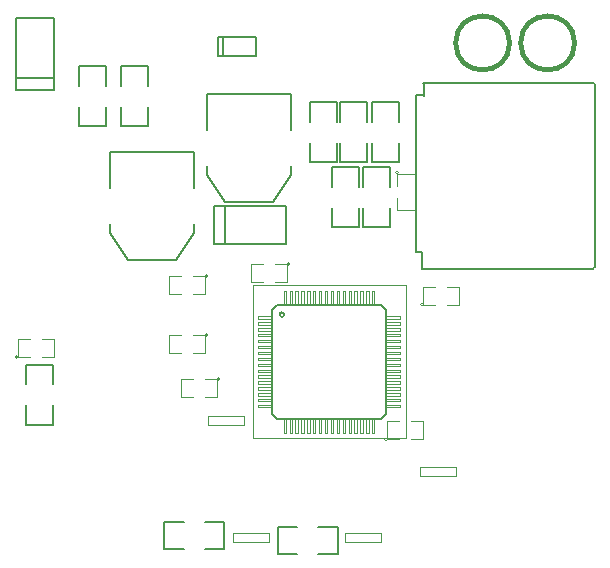
<source format=gto>
G04 (created by PCBNEW (2013-may-18)-stable) date Пт 20 фев 2015 21:26:52*
%MOIN*%
G04 Gerber Fmt 3.4, Leading zero omitted, Abs format*
%FSLAX34Y34*%
G01*
G70*
G90*
G04 APERTURE LIST*
%ADD10C,0.00590551*%
%ADD11C,0.0047*%
%ADD12C,0.008*%
%ADD13C,0.005*%
%ADD14C,0.0039*%
%ADD15C,0.007*%
%ADD16C,0.0026*%
%ADD17C,0.015*%
G04 APERTURE END LIST*
G54D10*
G54D11*
X31801Y-34495D02*
X33001Y-34495D01*
X33001Y-34495D02*
X33001Y-34795D01*
X33001Y-34795D02*
X31801Y-34795D01*
X31801Y-34795D02*
X31801Y-34495D01*
X36368Y-38393D02*
X37568Y-38393D01*
X37568Y-38393D02*
X37568Y-38693D01*
X37568Y-38693D02*
X36368Y-38693D01*
X36368Y-38693D02*
X36368Y-38393D01*
X32628Y-38393D02*
X33828Y-38393D01*
X33828Y-38393D02*
X33828Y-38693D01*
X33828Y-38693D02*
X32628Y-38693D01*
X32628Y-38693D02*
X32628Y-38393D01*
G54D12*
X34549Y-24951D02*
X34549Y-23751D01*
X34549Y-23751D02*
X31749Y-23751D01*
X31749Y-23751D02*
X31749Y-24951D01*
X34549Y-26151D02*
X34549Y-26451D01*
X34549Y-26451D02*
X33949Y-27351D01*
X33949Y-27351D02*
X32349Y-27351D01*
X32349Y-27351D02*
X31749Y-26451D01*
X31749Y-26451D02*
X31749Y-26151D01*
X31321Y-26880D02*
X31321Y-25680D01*
X31321Y-25680D02*
X28521Y-25680D01*
X28521Y-25680D02*
X28521Y-26880D01*
X31321Y-28080D02*
X31321Y-28380D01*
X31321Y-28380D02*
X30721Y-29280D01*
X30721Y-29280D02*
X29121Y-29280D01*
X29121Y-29280D02*
X28521Y-28380D01*
X28521Y-28380D02*
X28521Y-28080D01*
G54D13*
X25731Y-34779D02*
X26631Y-34779D01*
X26631Y-34779D02*
X26631Y-34129D01*
X25731Y-33429D02*
X25731Y-32779D01*
X25731Y-32779D02*
X26631Y-32779D01*
X26631Y-32779D02*
X26631Y-33429D01*
X25731Y-34129D02*
X25731Y-34779D01*
X36808Y-26185D02*
X35908Y-26185D01*
X35908Y-26185D02*
X35908Y-26835D01*
X36808Y-27535D02*
X36808Y-28185D01*
X36808Y-28185D02*
X35908Y-28185D01*
X35908Y-28185D02*
X35908Y-27535D01*
X36808Y-26835D02*
X36808Y-26185D01*
X35179Y-26019D02*
X36079Y-26019D01*
X36079Y-26019D02*
X36079Y-25369D01*
X35179Y-24669D02*
X35179Y-24019D01*
X35179Y-24019D02*
X36079Y-24019D01*
X36079Y-24019D02*
X36079Y-24669D01*
X35179Y-25369D02*
X35179Y-26019D01*
X36203Y-26019D02*
X37103Y-26019D01*
X37103Y-26019D02*
X37103Y-25369D01*
X36203Y-24669D02*
X36203Y-24019D01*
X36203Y-24019D02*
X37103Y-24019D01*
X37103Y-24019D02*
X37103Y-24669D01*
X36203Y-25369D02*
X36203Y-26019D01*
X37246Y-26019D02*
X38146Y-26019D01*
X38146Y-26019D02*
X38146Y-25369D01*
X37246Y-24669D02*
X37246Y-24019D01*
X37246Y-24019D02*
X38146Y-24019D01*
X38146Y-24019D02*
X38146Y-24669D01*
X37246Y-25369D02*
X37246Y-26019D01*
X37871Y-26185D02*
X36971Y-26185D01*
X36971Y-26185D02*
X36971Y-26835D01*
X37871Y-27535D02*
X37871Y-28185D01*
X37871Y-28185D02*
X36971Y-28185D01*
X36971Y-28185D02*
X36971Y-27535D01*
X37871Y-26835D02*
X37871Y-26185D01*
X28880Y-24818D02*
X29780Y-24818D01*
X29780Y-24818D02*
X29780Y-24168D01*
X28880Y-23468D02*
X28880Y-22818D01*
X28880Y-22818D02*
X29780Y-22818D01*
X29780Y-22818D02*
X29780Y-23468D01*
X28880Y-24168D02*
X28880Y-24818D01*
X30338Y-38014D02*
X30338Y-38914D01*
X30338Y-38914D02*
X30988Y-38914D01*
X31688Y-38014D02*
X32338Y-38014D01*
X32338Y-38014D02*
X32338Y-38914D01*
X32338Y-38914D02*
X31688Y-38914D01*
X30988Y-38014D02*
X30338Y-38014D01*
X34118Y-38172D02*
X34118Y-39072D01*
X34118Y-39072D02*
X34768Y-39072D01*
X35468Y-38172D02*
X36118Y-38172D01*
X36118Y-38172D02*
X36118Y-39072D01*
X36118Y-39072D02*
X35468Y-39072D01*
X34768Y-38172D02*
X34118Y-38172D01*
X28402Y-22818D02*
X27502Y-22818D01*
X27502Y-22818D02*
X27502Y-23468D01*
X28402Y-24168D02*
X28402Y-24818D01*
X28402Y-24818D02*
X27502Y-24818D01*
X27502Y-24818D02*
X27502Y-24168D01*
X28402Y-23468D02*
X28402Y-22818D01*
G54D14*
X31802Y-31786D02*
G75*
G03X31802Y-31786I-50J0D01*
G74*
G01*
X31302Y-31786D02*
X31702Y-31786D01*
X31702Y-31786D02*
X31702Y-32386D01*
X31702Y-32386D02*
X31302Y-32386D01*
X30902Y-32386D02*
X30502Y-32386D01*
X30502Y-32386D02*
X30502Y-31786D01*
X30502Y-31786D02*
X30902Y-31786D01*
X25462Y-32504D02*
G75*
G03X25462Y-32504I-50J0D01*
G74*
G01*
X25862Y-32504D02*
X25462Y-32504D01*
X25462Y-32504D02*
X25462Y-31904D01*
X25462Y-31904D02*
X25862Y-31904D01*
X26262Y-31904D02*
X26662Y-31904D01*
X26662Y-31904D02*
X26662Y-32504D01*
X26662Y-32504D02*
X26262Y-32504D01*
X31802Y-29818D02*
G75*
G03X31802Y-29818I-50J0D01*
G74*
G01*
X31302Y-29818D02*
X31702Y-29818D01*
X31702Y-29818D02*
X31702Y-30418D01*
X31702Y-30418D02*
X31302Y-30418D01*
X30902Y-30418D02*
X30502Y-30418D01*
X30502Y-30418D02*
X30502Y-29818D01*
X30502Y-29818D02*
X30902Y-29818D01*
X34518Y-29424D02*
G75*
G03X34518Y-29424I-50J0D01*
G74*
G01*
X34018Y-29424D02*
X34418Y-29424D01*
X34418Y-29424D02*
X34418Y-30024D01*
X34418Y-30024D02*
X34018Y-30024D01*
X33618Y-30024D02*
X33218Y-30024D01*
X33218Y-30024D02*
X33218Y-29424D01*
X33218Y-29424D02*
X33618Y-29424D01*
X32196Y-33243D02*
G75*
G03X32196Y-33243I-50J0D01*
G74*
G01*
X31696Y-33243D02*
X32096Y-33243D01*
X32096Y-33243D02*
X32096Y-33843D01*
X32096Y-33843D02*
X31696Y-33843D01*
X31296Y-33843D02*
X30896Y-33843D01*
X30896Y-33843D02*
X30896Y-33243D01*
X30896Y-33243D02*
X31296Y-33243D01*
X38966Y-30772D02*
G75*
G03X38966Y-30772I-50J0D01*
G74*
G01*
X39366Y-30772D02*
X38966Y-30772D01*
X38966Y-30772D02*
X38966Y-30172D01*
X38966Y-30172D02*
X39366Y-30172D01*
X39766Y-30172D02*
X40166Y-30172D01*
X40166Y-30172D02*
X40166Y-30772D01*
X40166Y-30772D02*
X39766Y-30772D01*
X38135Y-26357D02*
G75*
G03X38135Y-26357I-50J0D01*
G74*
G01*
X38085Y-26807D02*
X38085Y-26407D01*
X38085Y-26407D02*
X38685Y-26407D01*
X38685Y-26407D02*
X38685Y-26807D01*
X38685Y-27207D02*
X38685Y-27607D01*
X38685Y-27607D02*
X38085Y-27607D01*
X38085Y-27607D02*
X38085Y-27207D01*
X37766Y-35260D02*
G75*
G03X37766Y-35260I-50J0D01*
G74*
G01*
X38166Y-35260D02*
X37766Y-35260D01*
X37766Y-35260D02*
X37766Y-34660D01*
X37766Y-34660D02*
X38166Y-34660D01*
X38566Y-34660D02*
X38966Y-34660D01*
X38966Y-34660D02*
X38966Y-35260D01*
X38966Y-35260D02*
X38566Y-35260D01*
G54D10*
X44692Y-29522D02*
X44692Y-23422D01*
X38992Y-23822D02*
X38992Y-23422D01*
G54D15*
X39752Y-29572D02*
X44612Y-29572D01*
X44612Y-29572D02*
X44662Y-29522D01*
X44662Y-23382D02*
X38952Y-23382D01*
X38952Y-23792D02*
X38722Y-23792D01*
X38722Y-23792D02*
X38722Y-29022D01*
X38722Y-29022D02*
X38932Y-29022D01*
X38932Y-29022D02*
X38932Y-29582D01*
X38932Y-29582D02*
X39782Y-29582D01*
G54D16*
X33464Y-31240D02*
X33937Y-31240D01*
X33937Y-31240D02*
X33937Y-31162D01*
X33464Y-31162D02*
X33937Y-31162D01*
X33464Y-31240D02*
X33464Y-31162D01*
X33464Y-31437D02*
X33937Y-31437D01*
X33937Y-31437D02*
X33937Y-31359D01*
X33464Y-31359D02*
X33937Y-31359D01*
X33464Y-31437D02*
X33464Y-31359D01*
X33464Y-31634D02*
X33937Y-31634D01*
X33937Y-31634D02*
X33937Y-31555D01*
X33464Y-31555D02*
X33937Y-31555D01*
X33464Y-31634D02*
X33464Y-31555D01*
X33464Y-31831D02*
X33937Y-31831D01*
X33937Y-31831D02*
X33937Y-31752D01*
X33464Y-31752D02*
X33937Y-31752D01*
X33464Y-31831D02*
X33464Y-31752D01*
X33464Y-32028D02*
X33937Y-32028D01*
X33937Y-32028D02*
X33937Y-31949D01*
X33464Y-31949D02*
X33937Y-31949D01*
X33464Y-32028D02*
X33464Y-31949D01*
X33464Y-32225D02*
X33937Y-32225D01*
X33937Y-32225D02*
X33937Y-32146D01*
X33464Y-32146D02*
X33937Y-32146D01*
X33464Y-32225D02*
X33464Y-32146D01*
X33464Y-32422D02*
X33937Y-32422D01*
X33937Y-32422D02*
X33937Y-32343D01*
X33464Y-32343D02*
X33937Y-32343D01*
X33464Y-32422D02*
X33464Y-32343D01*
X33464Y-32618D02*
X33937Y-32618D01*
X33937Y-32618D02*
X33937Y-32540D01*
X33464Y-32540D02*
X33937Y-32540D01*
X33464Y-32618D02*
X33464Y-32540D01*
X33464Y-32814D02*
X33937Y-32814D01*
X33937Y-32814D02*
X33937Y-32736D01*
X33464Y-32736D02*
X33937Y-32736D01*
X33464Y-32814D02*
X33464Y-32736D01*
X33464Y-33011D02*
X33937Y-33011D01*
X33937Y-33011D02*
X33937Y-32932D01*
X33464Y-32932D02*
X33937Y-32932D01*
X33464Y-33011D02*
X33464Y-32932D01*
X33464Y-33208D02*
X33937Y-33208D01*
X33937Y-33208D02*
X33937Y-33129D01*
X33464Y-33129D02*
X33937Y-33129D01*
X33464Y-33208D02*
X33464Y-33129D01*
X33464Y-33405D02*
X33937Y-33405D01*
X33937Y-33405D02*
X33937Y-33326D01*
X33464Y-33326D02*
X33937Y-33326D01*
X33464Y-33405D02*
X33464Y-33326D01*
X33464Y-33602D02*
X33937Y-33602D01*
X33937Y-33602D02*
X33937Y-33523D01*
X33464Y-33523D02*
X33937Y-33523D01*
X33464Y-33602D02*
X33464Y-33523D01*
X33464Y-33799D02*
X33937Y-33799D01*
X33937Y-33799D02*
X33937Y-33720D01*
X33464Y-33720D02*
X33937Y-33720D01*
X33464Y-33799D02*
X33464Y-33720D01*
X33464Y-33995D02*
X33937Y-33995D01*
X33937Y-33995D02*
X33937Y-33917D01*
X33464Y-33917D02*
X33937Y-33917D01*
X33464Y-33995D02*
X33464Y-33917D01*
X33464Y-34192D02*
X33937Y-34192D01*
X33937Y-34192D02*
X33937Y-34114D01*
X33464Y-34114D02*
X33937Y-34114D01*
X33464Y-34192D02*
X33464Y-34114D01*
X34311Y-35039D02*
X34389Y-35039D01*
X34389Y-35039D02*
X34389Y-34566D01*
X34311Y-34566D02*
X34389Y-34566D01*
X34311Y-35039D02*
X34311Y-34566D01*
X34508Y-35039D02*
X34586Y-35039D01*
X34586Y-35039D02*
X34586Y-34566D01*
X34508Y-34566D02*
X34586Y-34566D01*
X34508Y-35039D02*
X34508Y-34566D01*
X34704Y-35039D02*
X34783Y-35039D01*
X34783Y-35039D02*
X34783Y-34566D01*
X34704Y-34566D02*
X34783Y-34566D01*
X34704Y-35039D02*
X34704Y-34566D01*
X34901Y-35039D02*
X34980Y-35039D01*
X34980Y-35039D02*
X34980Y-34566D01*
X34901Y-34566D02*
X34980Y-34566D01*
X34901Y-35039D02*
X34901Y-34566D01*
X35098Y-35039D02*
X35177Y-35039D01*
X35177Y-35039D02*
X35177Y-34566D01*
X35098Y-34566D02*
X35177Y-34566D01*
X35098Y-35039D02*
X35098Y-34566D01*
X35295Y-35039D02*
X35374Y-35039D01*
X35374Y-35039D02*
X35374Y-34566D01*
X35295Y-34566D02*
X35374Y-34566D01*
X35295Y-35039D02*
X35295Y-34566D01*
X35492Y-35039D02*
X35571Y-35039D01*
X35571Y-35039D02*
X35571Y-34566D01*
X35492Y-34566D02*
X35571Y-34566D01*
X35492Y-35039D02*
X35492Y-34566D01*
X35689Y-35039D02*
X35767Y-35039D01*
X35767Y-35039D02*
X35767Y-34566D01*
X35689Y-34566D02*
X35767Y-34566D01*
X35689Y-35039D02*
X35689Y-34566D01*
X35885Y-35039D02*
X35963Y-35039D01*
X35963Y-35039D02*
X35963Y-34566D01*
X35885Y-34566D02*
X35963Y-34566D01*
X35885Y-35039D02*
X35885Y-34566D01*
X36081Y-35039D02*
X36160Y-35039D01*
X36160Y-35039D02*
X36160Y-34566D01*
X36081Y-34566D02*
X36160Y-34566D01*
X36081Y-35039D02*
X36081Y-34566D01*
X36278Y-35039D02*
X36357Y-35039D01*
X36357Y-35039D02*
X36357Y-34566D01*
X36278Y-34566D02*
X36357Y-34566D01*
X36278Y-35039D02*
X36278Y-34566D01*
X36475Y-35039D02*
X36554Y-35039D01*
X36554Y-35039D02*
X36554Y-34566D01*
X36475Y-34566D02*
X36554Y-34566D01*
X36475Y-35039D02*
X36475Y-34566D01*
X36672Y-35039D02*
X36751Y-35039D01*
X36751Y-35039D02*
X36751Y-34566D01*
X36672Y-34566D02*
X36751Y-34566D01*
X36672Y-35039D02*
X36672Y-34566D01*
X36869Y-35039D02*
X36948Y-35039D01*
X36948Y-35039D02*
X36948Y-34566D01*
X36869Y-34566D02*
X36948Y-34566D01*
X36869Y-35039D02*
X36869Y-34566D01*
X37066Y-35039D02*
X37144Y-35039D01*
X37144Y-35039D02*
X37144Y-34566D01*
X37066Y-34566D02*
X37144Y-34566D01*
X37066Y-35039D02*
X37066Y-34566D01*
X37263Y-35039D02*
X37341Y-35039D01*
X37341Y-35039D02*
X37341Y-34566D01*
X37263Y-34566D02*
X37341Y-34566D01*
X37263Y-35039D02*
X37263Y-34566D01*
X37715Y-34192D02*
X38188Y-34192D01*
X38188Y-34192D02*
X38188Y-34114D01*
X37715Y-34114D02*
X38188Y-34114D01*
X37715Y-34192D02*
X37715Y-34114D01*
X37715Y-33995D02*
X38188Y-33995D01*
X38188Y-33995D02*
X38188Y-33917D01*
X37715Y-33917D02*
X38188Y-33917D01*
X37715Y-33995D02*
X37715Y-33917D01*
X37715Y-33799D02*
X38188Y-33799D01*
X38188Y-33799D02*
X38188Y-33720D01*
X37715Y-33720D02*
X38188Y-33720D01*
X37715Y-33799D02*
X37715Y-33720D01*
X37715Y-33602D02*
X38188Y-33602D01*
X38188Y-33602D02*
X38188Y-33523D01*
X37715Y-33523D02*
X38188Y-33523D01*
X37715Y-33602D02*
X37715Y-33523D01*
X37715Y-33405D02*
X38188Y-33405D01*
X38188Y-33405D02*
X38188Y-33326D01*
X37715Y-33326D02*
X38188Y-33326D01*
X37715Y-33405D02*
X37715Y-33326D01*
X37715Y-33208D02*
X38188Y-33208D01*
X38188Y-33208D02*
X38188Y-33129D01*
X37715Y-33129D02*
X38188Y-33129D01*
X37715Y-33208D02*
X37715Y-33129D01*
X37715Y-33011D02*
X38188Y-33011D01*
X38188Y-33011D02*
X38188Y-32932D01*
X37715Y-32932D02*
X38188Y-32932D01*
X37715Y-33011D02*
X37715Y-32932D01*
X37715Y-32814D02*
X38188Y-32814D01*
X38188Y-32814D02*
X38188Y-32736D01*
X37715Y-32736D02*
X38188Y-32736D01*
X37715Y-32814D02*
X37715Y-32736D01*
X37715Y-32618D02*
X38188Y-32618D01*
X38188Y-32618D02*
X38188Y-32540D01*
X37715Y-32540D02*
X38188Y-32540D01*
X37715Y-32618D02*
X37715Y-32540D01*
X37715Y-32422D02*
X38188Y-32422D01*
X38188Y-32422D02*
X38188Y-32343D01*
X37715Y-32343D02*
X38188Y-32343D01*
X37715Y-32422D02*
X37715Y-32343D01*
X37715Y-32225D02*
X38188Y-32225D01*
X38188Y-32225D02*
X38188Y-32146D01*
X37715Y-32146D02*
X38188Y-32146D01*
X37715Y-32225D02*
X37715Y-32146D01*
X37715Y-32028D02*
X38188Y-32028D01*
X38188Y-32028D02*
X38188Y-31949D01*
X37715Y-31949D02*
X38188Y-31949D01*
X37715Y-32028D02*
X37715Y-31949D01*
X37715Y-31831D02*
X38188Y-31831D01*
X38188Y-31831D02*
X38188Y-31752D01*
X37715Y-31752D02*
X38188Y-31752D01*
X37715Y-31831D02*
X37715Y-31752D01*
X37715Y-31634D02*
X38188Y-31634D01*
X38188Y-31634D02*
X38188Y-31555D01*
X37715Y-31555D02*
X38188Y-31555D01*
X37715Y-31634D02*
X37715Y-31555D01*
X37715Y-31437D02*
X38188Y-31437D01*
X38188Y-31437D02*
X38188Y-31359D01*
X37715Y-31359D02*
X38188Y-31359D01*
X37715Y-31437D02*
X37715Y-31359D01*
X37715Y-31240D02*
X38188Y-31240D01*
X38188Y-31240D02*
X38188Y-31162D01*
X37715Y-31162D02*
X38188Y-31162D01*
X37715Y-31240D02*
X37715Y-31162D01*
X37263Y-30788D02*
X37341Y-30788D01*
X37341Y-30788D02*
X37341Y-30315D01*
X37263Y-30315D02*
X37341Y-30315D01*
X37263Y-30788D02*
X37263Y-30315D01*
X37066Y-30788D02*
X37144Y-30788D01*
X37144Y-30788D02*
X37144Y-30315D01*
X37066Y-30315D02*
X37144Y-30315D01*
X37066Y-30788D02*
X37066Y-30315D01*
X36869Y-30788D02*
X36948Y-30788D01*
X36948Y-30788D02*
X36948Y-30315D01*
X36869Y-30315D02*
X36948Y-30315D01*
X36869Y-30788D02*
X36869Y-30315D01*
X36672Y-30788D02*
X36751Y-30788D01*
X36751Y-30788D02*
X36751Y-30315D01*
X36672Y-30315D02*
X36751Y-30315D01*
X36672Y-30788D02*
X36672Y-30315D01*
X36475Y-30788D02*
X36554Y-30788D01*
X36554Y-30788D02*
X36554Y-30315D01*
X36475Y-30315D02*
X36554Y-30315D01*
X36475Y-30788D02*
X36475Y-30315D01*
X36278Y-30788D02*
X36357Y-30788D01*
X36357Y-30788D02*
X36357Y-30315D01*
X36278Y-30315D02*
X36357Y-30315D01*
X36278Y-30788D02*
X36278Y-30315D01*
X36081Y-30788D02*
X36160Y-30788D01*
X36160Y-30788D02*
X36160Y-30315D01*
X36081Y-30315D02*
X36160Y-30315D01*
X36081Y-30788D02*
X36081Y-30315D01*
X35885Y-30788D02*
X35963Y-30788D01*
X35963Y-30788D02*
X35963Y-30315D01*
X35885Y-30315D02*
X35963Y-30315D01*
X35885Y-30788D02*
X35885Y-30315D01*
X35689Y-30788D02*
X35767Y-30788D01*
X35767Y-30788D02*
X35767Y-30315D01*
X35689Y-30315D02*
X35767Y-30315D01*
X35689Y-30788D02*
X35689Y-30315D01*
X35492Y-30788D02*
X35571Y-30788D01*
X35571Y-30788D02*
X35571Y-30315D01*
X35492Y-30315D02*
X35571Y-30315D01*
X35492Y-30788D02*
X35492Y-30315D01*
X35295Y-30788D02*
X35374Y-30788D01*
X35374Y-30788D02*
X35374Y-30315D01*
X35295Y-30315D02*
X35374Y-30315D01*
X35295Y-30788D02*
X35295Y-30315D01*
X35098Y-30788D02*
X35177Y-30788D01*
X35177Y-30788D02*
X35177Y-30315D01*
X35098Y-30315D02*
X35177Y-30315D01*
X35098Y-30788D02*
X35098Y-30315D01*
X34901Y-30788D02*
X34980Y-30788D01*
X34980Y-30788D02*
X34980Y-30315D01*
X34901Y-30315D02*
X34980Y-30315D01*
X34901Y-30788D02*
X34901Y-30315D01*
X34704Y-30788D02*
X34783Y-30788D01*
X34783Y-30788D02*
X34783Y-30315D01*
X34704Y-30315D02*
X34783Y-30315D01*
X34704Y-30788D02*
X34704Y-30315D01*
X34508Y-30788D02*
X34586Y-30788D01*
X34586Y-30788D02*
X34586Y-30315D01*
X34508Y-30315D02*
X34586Y-30315D01*
X34508Y-30788D02*
X34508Y-30315D01*
X34311Y-30788D02*
X34389Y-30788D01*
X34389Y-30788D02*
X34389Y-30315D01*
X34311Y-30315D02*
X34389Y-30315D01*
X34311Y-30788D02*
X34311Y-30315D01*
X33286Y-35217D02*
X38376Y-35217D01*
X38376Y-35217D02*
X38376Y-30127D01*
X33286Y-30127D02*
X38376Y-30127D01*
X33286Y-35217D02*
X33286Y-30127D01*
G54D12*
X33937Y-30945D02*
X34094Y-30788D01*
X34094Y-30788D02*
X37558Y-30788D01*
X37558Y-30788D02*
X37715Y-30945D01*
X37715Y-30945D02*
X37715Y-34409D01*
X37715Y-34409D02*
X37558Y-34566D01*
X37558Y-34566D02*
X34094Y-34566D01*
X34094Y-34566D02*
X33937Y-34409D01*
X33937Y-34409D02*
X33937Y-30945D01*
G54D13*
X34330Y-31103D02*
G75*
G03X34330Y-31103I-77J0D01*
G74*
G01*
X32363Y-28735D02*
X32363Y-27485D01*
X34388Y-28735D02*
X34388Y-27485D01*
X34388Y-27485D02*
X31988Y-27485D01*
X31988Y-27485D02*
X31988Y-28735D01*
X31988Y-28735D02*
X34388Y-28735D01*
X26648Y-23226D02*
X25398Y-23226D01*
X26648Y-21201D02*
X25398Y-21201D01*
X25398Y-21201D02*
X25398Y-23601D01*
X25398Y-23601D02*
X26648Y-23601D01*
X26648Y-23601D02*
X26648Y-21201D01*
X32305Y-21845D02*
X32305Y-22485D01*
X33385Y-22485D02*
X33385Y-21845D01*
X33385Y-21845D02*
X32125Y-21845D01*
X32125Y-21845D02*
X32125Y-22485D01*
X32125Y-22485D02*
X33385Y-22485D01*
G54D11*
X38868Y-36188D02*
X40068Y-36188D01*
X40068Y-36188D02*
X40068Y-36488D01*
X40068Y-36488D02*
X38868Y-36488D01*
X38868Y-36488D02*
X38868Y-36188D01*
G54D17*
X44010Y-22047D02*
G75*
G03X44010Y-22047I-900J0D01*
G74*
G01*
X41844Y-22047D02*
G75*
G03X41844Y-22047I-900J0D01*
G74*
G01*
M02*

</source>
